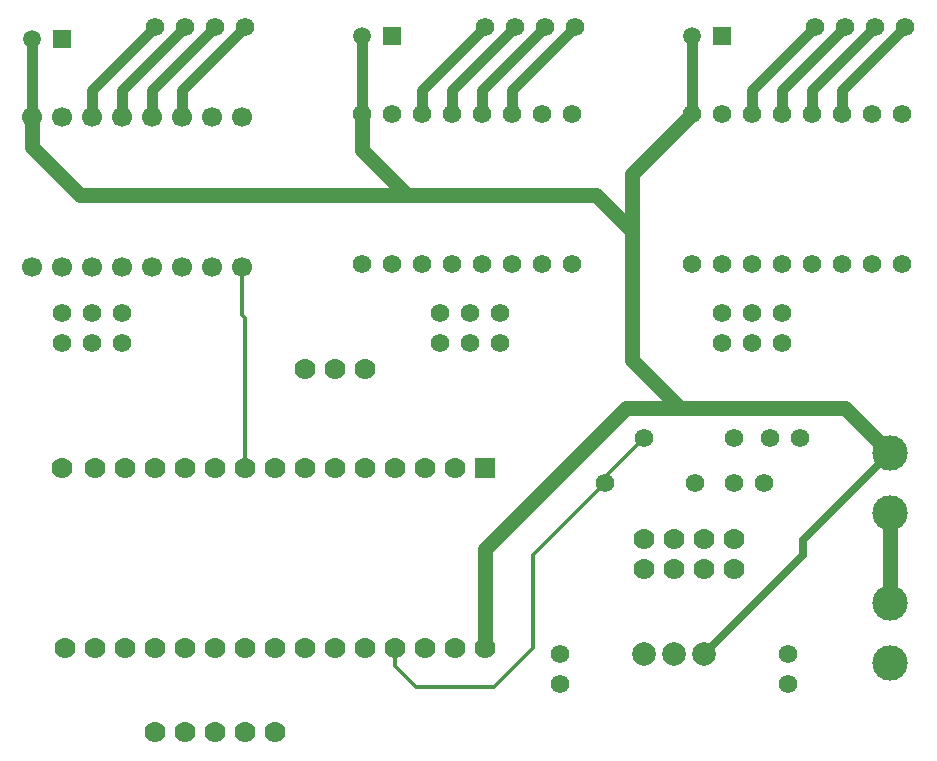
<source format=gbl>
G04 ---------------------------- Layer name :BOTTOM LAYER*
G04 EasyEDA v5.7.26, Sat, 13 Oct 2018 08:52:39 GMT*
G04 b01a3295a99c462aa78e2ea4a40ec62e*
G04 Gerber Generator version 0.2*
G04 Scale: 100 percent, Rotated: No, Reflected: No *
G04 Dimensions in millimeters *
G04 leading zeros omitted , absolute positions ,3 integer and 3 decimal *
%FSLAX33Y33*%
%MOMM*%
G90*
G71D02*

%ADD12C,0.299999*%
%ADD13C,0.699999*%
%ADD14C,1.699997*%
%ADD15R,1.778000X1.778000*%
%ADD16C,1.778000*%
%ADD17C,1.499997*%
%ADD18R,1.499997X1.499997*%
%ADD19C,1.569999*%
%ADD20C,2.999994*%
%ADD21C,1.999996*%
%ADD22C,1.569997*%
%ADD23C,0.899998*%
%ADD24C,1.299997*%

%LPD*%
G54D23*
G01X19558Y55118D02*
G01X19558Y57404D01*
G01X24892Y62738D01*
G01X39878Y55372D02*
G01X39878Y57404D01*
G01X45212Y62738D01*
G01X42418Y55372D02*
G01X42418Y57404D01*
G01X47752Y62738D01*
G01X44958Y55372D02*
G01X44958Y57404D01*
G01X50292Y62738D01*
G01X47498Y55372D02*
G01X47498Y57404D01*
G01X52832Y62738D01*
G01X67818Y55372D02*
G01X67818Y57404D01*
G01X73152Y62738D01*
G01X70358Y55372D02*
G01X70358Y57404D01*
G01X75692Y62738D01*
G01X72898Y55372D02*
G01X72898Y57404D01*
G01X78232Y62738D01*
G01X75438Y55372D02*
G01X75438Y57404D01*
G01X80772Y62738D01*
G01X6858Y55118D02*
G01X6858Y61722D01*
G01X34798Y55372D02*
G01X34798Y61976D01*
G01X62738Y55372D02*
G01X62738Y61976D01*
G01X17018Y55118D02*
G01X17018Y57404D01*
G01X22352Y62738D01*
G01X14478Y55118D02*
G01X14478Y57404D01*
G01X19812Y62738D01*
G01X11938Y55118D02*
G01X11938Y57404D01*
G01X17272Y62738D01*
G54D24*
G01X6858Y55118D02*
G01X6858Y52578D01*
G01X10922Y48514D01*
G01X54610Y48514D01*
G01X57658Y45466D01*
G01X57658Y34544D01*
G01X61722Y30480D01*
G01X75692Y30480D01*
G01X79502Y26670D01*
G01X34798Y55372D02*
G01X34798Y52332D01*
G01X38616Y48514D01*
G01X57658Y45466D02*
G01X57658Y50292D01*
G01X62738Y55372D01*
G01X79502Y21590D02*
G01X79502Y13970D01*
G01X45212Y10160D02*
G01X45212Y18542D01*
G01X57150Y30480D01*
G01X61722Y30480D01*
G54D13*
G01X63754Y9652D02*
G01X72136Y18034D01*
G01X72136Y19304D01*
G01X79502Y26670D01*
G54D12*
G01X24892Y25400D02*
G01X24892Y38100D01*
G01X24638Y38354D01*
G01X24638Y42418D01*
G01X37592Y10160D02*
G01X37592Y8636D01*
G01X39370Y6858D01*
G01X45974Y6858D01*
G01X49276Y10160D01*
G01X49276Y18034D01*
G01X55372Y24130D01*
G01X55372Y24130D02*
G01X55372Y24638D01*
G01X58674Y27940D01*
G54D14*
G01X11938Y55118D03*
G01X9398Y55118D03*
G01X6858Y55118D03*
G01X14478Y55118D03*
G01X17018Y55118D03*
G01X19558Y55118D03*
G01X22098Y55118D03*
G01X24638Y55118D03*
G01X24638Y42418D03*
G01X22098Y42418D03*
G01X19558Y42418D03*
G01X17018Y42418D03*
G01X14478Y42418D03*
G01X11938Y42418D03*
G01X9398Y42418D03*
G01X6858Y42418D03*
G54D15*
G01X45212Y25400D03*
G54D16*
G01X42672Y25400D03*
G01X40132Y25400D03*
G01X37592Y25400D03*
G01X35052Y25400D03*
G01X32512Y25400D03*
G01X29972Y25400D03*
G01X27432Y25400D03*
G01X24892Y25400D03*
G01X22352Y25400D03*
G01X19812Y25400D03*
G01X17272Y25400D03*
G01X14732Y25400D03*
G01X12192Y25400D03*
G01X9398Y25400D03*
G01X45212Y10160D03*
G01X42672Y10160D03*
G01X40132Y10160D03*
G01X37592Y10160D03*
G01X35052Y10160D03*
G01X32512Y10160D03*
G01X29972Y10160D03*
G01X27432Y10160D03*
G01X24892Y10160D03*
G01X22352Y10160D03*
G01X19812Y10160D03*
G01X17272Y10160D03*
G01X14732Y10160D03*
G01X12192Y10160D03*
G01X9652Y10160D03*
G54D17*
G01X6858Y61722D03*
G54D18*
G01X9357Y61722D03*
G54D19*
G01X39878Y55372D03*
G01X37338Y55372D03*
G01X34798Y55372D03*
G01X42418Y55372D03*
G01X44958Y55372D03*
G01X47498Y55372D03*
G01X50038Y55372D03*
G01X52578Y55372D03*
G01X52578Y42672D03*
G01X50038Y42672D03*
G01X47498Y42672D03*
G01X44958Y42672D03*
G01X42418Y42672D03*
G01X39878Y42672D03*
G01X37338Y42672D03*
G01X34798Y42672D03*
G54D17*
G01X34798Y61976D03*
G54D18*
G01X37297Y61976D03*
G54D19*
G01X67818Y55372D03*
G01X65278Y55372D03*
G01X62738Y55372D03*
G01X70358Y55372D03*
G01X72898Y55372D03*
G01X75438Y55372D03*
G01X77978Y55372D03*
G01X80518Y55372D03*
G01X80518Y42672D03*
G01X77978Y42672D03*
G01X75438Y42672D03*
G01X72898Y42672D03*
G01X70358Y42672D03*
G01X67818Y42672D03*
G01X65278Y42672D03*
G01X62738Y42672D03*
G54D17*
G01X62738Y61976D03*
G54D18*
G01X65237Y61976D03*
G54D20*
G01X79502Y26670D03*
G01X79502Y21590D03*
G01X79502Y13970D03*
G01X79502Y8890D03*
G54D21*
G01X63754Y9652D03*
G01X61214Y9652D03*
G01X58674Y9652D03*
G54D19*
G01X58674Y27940D03*
G01X66294Y27940D03*
G01X55372Y24130D03*
G01X62992Y24130D03*
G54D22*
G01X73152Y62738D03*
G01X75692Y62738D03*
G01X78232Y62738D03*
G01X80772Y62738D03*
G01X45212Y62738D03*
G01X47752Y62738D03*
G01X50292Y62738D03*
G01X52832Y62738D03*
G54D19*
G01X17272Y62738D03*
G01X19812Y62738D03*
G01X22352Y62738D03*
G54D22*
G01X24892Y62738D03*
G54D19*
G01X9398Y38521D03*
G01X11938Y38521D03*
G01X14478Y38521D03*
G01X9398Y35981D03*
G01X11938Y35981D03*
G01X14478Y35981D03*
G01X41402Y38521D03*
G01X43942Y38521D03*
G01X46482Y38521D03*
G01X41402Y35981D03*
G01X43942Y35981D03*
G01X46482Y35981D03*
G01X65278Y38521D03*
G01X67818Y38521D03*
G01X70358Y38521D03*
G01X65278Y35981D03*
G01X67818Y35981D03*
G01X70358Y35981D03*
G54D16*
G01X27432Y3048D03*
G01X24892Y3048D03*
G01X22352Y3048D03*
G01X19812Y3048D03*
G01X17272Y3048D03*
G01X35052Y33827D03*
G01X32512Y33827D03*
G01X29972Y33827D03*
G01X66294Y16855D03*
G01X63754Y16855D03*
G01X61214Y16855D03*
G01X58674Y16855D03*
G01X66294Y19395D03*
G01X63754Y19395D03*
G01X61214Y19395D03*
G01X58674Y19395D03*
G54D19*
G01X66294Y24130D03*
G01X68834Y24130D03*
G01X69342Y27940D03*
G01X71882Y27940D03*
G01X51562Y9652D03*
G01X51562Y7112D03*
G01X70866Y9652D03*
G01X70866Y7112D03*
M00*
M02*

</source>
